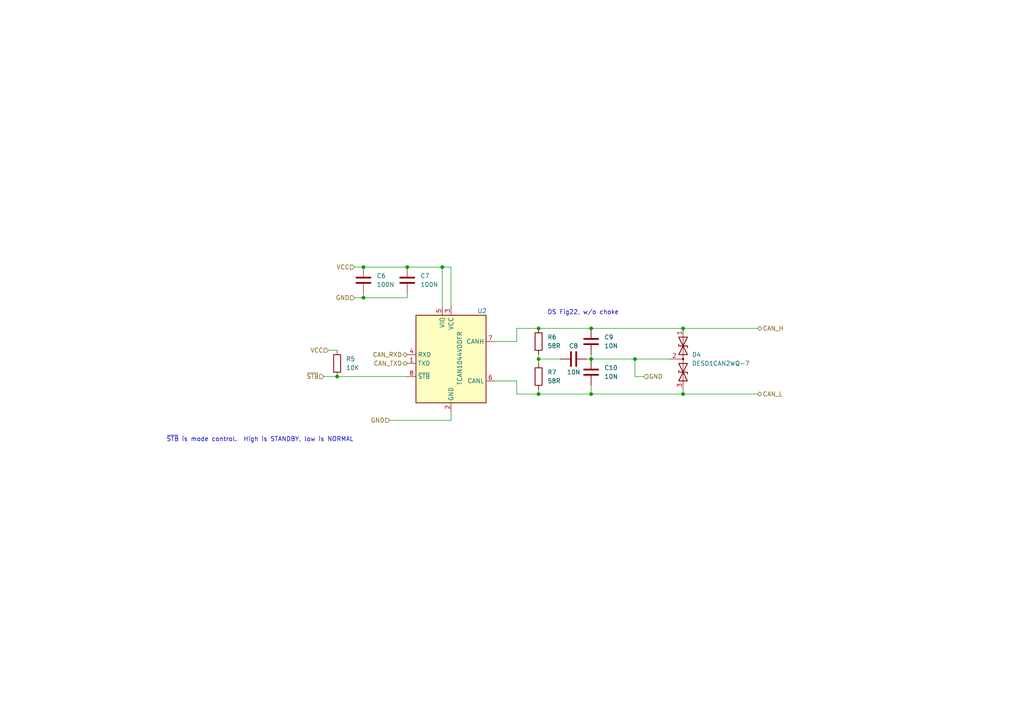
<source format=kicad_sch>
(kicad_sch (version 20230121) (generator eeschema)
  (paper "A4")
  (lib_symbols
    (symbol "Device:C" (pin_numbers hide) (pin_names (offset 0.254))
      (property "Reference" "C" (at 0.635 2.54 0))
      (property "Value" "C" (at 0.635 -2.54 0))
      (symbol "C_0_1"
        (polyline (pts (xy -2.032 -0.762) (xy 2.032 -0.762)) (stroke (width 0.508)))
        (polyline (pts (xy -2.032 0.762) (xy 2.032 0.762)) (stroke (width 0.508)))
      )
      (symbol "C_1_1"
        (pin passive line (at 0 3.81 270) (length 2.794) (name "~") (number "1"))
        (pin passive line (at 0 -3.81 90) (length 2.794) (name "~") (number "2"))
      )
    )
    (symbol "Device:D_TVS_Dual_ACA" (pin_names (offset 1.016) hide)
      (property "Reference" "D" (at 0 4.445 0))
      (property "Value" "D_TVS_Dual_ACA" (at 0 2.54 0))
      (symbol "D_TVS_Dual_ACA_0_0"
        (polyline (pts (xy -6.35 -1.27) (xy -1.27 1.27) (xy -1.27 -1.27) (xy -6.35 1.27) (xy -6.35 -1.27)) (stroke (width 0.254)))
        (polyline (pts (xy 1.27 1.27) (xy 1.27 -1.27) (xy 6.35 1.27) (xy 6.35 -1.27) (xy 1.27 1.27)) (stroke (width 0.254)))
      )
      (symbol "D_TVS_Dual_ACA_0_1"
        (polyline (pts (xy -6.35 0) (xy 6.35 0)))
        (polyline (pts (xy 0 0) (xy 0 -1.27)))
        (polyline (pts (xy -3.302 1.27) (xy -3.81 1.27) (xy -3.81 -1.27) (xy -4.318 -1.27)) (stroke (width 0.254)))
        (polyline (pts (xy 4.318 1.27) (xy 3.81 1.27) (xy 3.81 -1.27) (xy 3.302 -1.27)) (stroke (width 0.254)))
        (circle (center 0 0) (radius 0.254) (fill (type outline)))
      )
      (symbol "D_TVS_Dual_ACA_1_1"
        (pin passive line (at -8.89 0 0) (length 2.54) (name "A1") (number "1"))
        (pin input line (at 0 -3.81 90) (length 2.54) (name "common") (number "2"))
        (pin passive line (at 8.89 0 180) (length 2.54) (name "A2") (number "3"))
      )
    )
    (symbol "Device:R" (pin_numbers hide) (pin_names (offset 0))
      (property "Reference" "R" (at 2.032 0 90))
      (property "Value" "R" (at 0 0 90))
      (symbol "R_0_1"
        (rectangle (start -1.016 -2.54) (end 1.016 2.54) (stroke (width 0.254)))
      )
      (symbol "R_1_1"
        (pin passive line (at 0 3.81 270) (length 1.27) (name "~") (number "1"))
        (pin passive line (at 0 -3.81 90) (length 1.27) (name "~") (number "2"))
      )
    )
    (symbol "william_can:TCAN1043xDxQ1"
      (property "Reference" "U2" (at 7.62 13.97 0))
      (property "Value" "TCAN1044VDDFR" (at 2.54 -7.62 90))
      (symbol "TCAN1043xDxQ1_0_1"
        (rectangle (start -10.16 12.7) (end 10.16 -12.7) (stroke (width 0.254)) (fill (type background)))
      )
      (symbol "TCAN1043xDxQ1_1_1"
        (pin input line (at -12.7 -1.27 0) (length 2.54) (name "TXD") (number "1"))
        (pin power_in line (at 0 -15.24 90) (length 2.54) (name "GND") (number "2"))
        (pin power_in line (at 0 15.24 270) (length 2.54) (name "VCC") (number "3"))
        (pin output line (at -12.7 1.27 0) (length 2.54) (name "RXD") (number "4"))
        (pin power_in line (at -2.54 15.24 270) (length 2.54) (name "VIO") (number "5"))
        (pin bidirectional line (at 12.7 -6.35 180) (length 2.54) (name "CANL") (number "6"))
        (pin bidirectional line (at 12.7 5.08 180) (length 2.54) (name "CANH") (number "7"))
        (pin input line (at -12.7 -5.08 0) (length 2.54) (name "~{STB}") (number "8"))
      )
    )
  )
  (junction (at 198.12 95.25))
  (junction (at 105.41 86.36))
  (junction (at 171.45 114.3))
  (junction (at 171.45 95.25))
  (junction (at 105.41 77.47))
  (junction (at 184.15 104.14))
  (junction (at 118.11 77.47))
  (junction (at 156.21 114.3))
  (junction (at 156.21 95.25))
  (junction (at 128.27 77.47))
  (junction (at 97.79 109.22))
  (junction (at 171.45 104.14))
  (junction (at 156.21 104.14))
  (junction (at 198.12 114.3))
  (wire (pts (xy 113.03 121.92) (xy 130.81 121.92)))
  (wire (pts (xy 156.21 102.87) (xy 156.21 104.14)))
  (wire (pts (xy 198.12 95.25) (xy 219.71 95.25)))
  (wire (pts (xy 171.45 104.14) (xy 170.18 104.14)))
  (wire (pts (xy 186.69 109.22) (xy 184.15 109.22)))
  (wire (pts (xy 149.86 114.3) (xy 156.21 114.3)))
  (wire (pts (xy 95.25 101.6) (xy 97.79 101.6)))
  (wire (pts (xy 171.45 104.14) (xy 184.15 104.14)))
  (wire (pts (xy 118.11 77.47) (xy 128.27 77.47)))
  (wire (pts (xy 156.21 104.14) (xy 156.21 105.41)))
  (wire (pts (xy 105.41 86.36) (xy 105.41 85.09)))
  (wire (pts (xy 149.86 95.25) (xy 156.21 95.25)))
  (wire (pts (xy 93.98 109.22) (xy 97.79 109.22)))
  (wire (pts (xy 156.21 95.25) (xy 171.45 95.25)))
  (wire (pts (xy 184.15 109.22) (xy 184.15 104.14)))
  (wire (pts (xy 149.86 99.06) (xy 149.86 95.25)))
  (wire (pts (xy 130.81 77.47) (xy 130.81 88.9)))
  (wire (pts (xy 143.51 99.06) (xy 149.86 99.06)))
  (wire (pts (xy 171.45 95.25) (xy 198.12 95.25)))
  (wire (pts (xy 118.11 86.36) (xy 118.11 85.09)))
  (wire (pts (xy 171.45 114.3) (xy 198.12 114.3)))
  (wire (pts (xy 156.21 114.3) (xy 171.45 114.3)))
  (wire (pts (xy 105.41 86.36) (xy 118.11 86.36)))
  (wire (pts (xy 105.41 77.47) (xy 118.11 77.47)))
  (wire (pts (xy 128.27 77.47) (xy 128.27 88.9)))
  (wire (pts (xy 184.15 104.14) (xy 194.31 104.14)))
  (wire (pts (xy 156.21 114.3) (xy 156.21 113.03)))
  (wire (pts (xy 171.45 102.87) (xy 171.45 104.14)))
  (wire (pts (xy 130.81 121.92) (xy 130.81 119.38)))
  (wire (pts (xy 198.12 114.3) (xy 198.12 113.03)))
  (wire (pts (xy 149.86 110.49) (xy 149.86 114.3)))
  (wire (pts (xy 198.12 114.3) (xy 219.71 114.3)))
  (wire (pts (xy 171.45 111.76) (xy 171.45 114.3)))
  (wire (pts (xy 102.87 77.47) (xy 105.41 77.47)))
  (wire (pts (xy 97.79 109.22) (xy 118.11 109.22)))
  (wire (pts (xy 149.86 110.49) (xy 143.51 110.49)))
  (wire (pts (xy 128.27 77.47) (xy 130.81 77.47)))
  (wire (pts (xy 102.87 86.36) (xy 105.41 86.36)))
  (wire (pts (xy 156.21 104.14) (xy 162.56 104.14)))
  (text "~{STB} is mode control.  High is STANDBY, low is NORMAL" (at 48.26 128.27 0) (effects (font (size 1.27 1.27)) (justify left bottom)))
  (text "DS Fig22, w/o choke" (at 158.75 91.44 0) (effects (font (size 1.27 1.27)) (justify left bottom)))
  (hierarchical_label "CAN_TXD" (shape bidirectional) (at 118.11 105.41 180))
  (hierarchical_label "CAN_H" (shape bidirectional) (at 219.71 95.25 0))
  (hierarchical_label "GND" (shape input) (at 186.69 109.22 0))
  (hierarchical_label "VCC" (shape input) (at 102.87 77.47 180))
  (hierarchical_label "CAN_L" (shape bidirectional) (at 219.71 114.3 0))
  (hierarchical_label "GND" (shape input) (at 113.03 121.92 180))
  (hierarchical_label "CAN_RXD" (shape bidirectional) (at 118.11 102.87 180))
  (hierarchical_label "GND" (shape input) (at 102.87 86.36 180))
  (hierarchical_label "~{STB}" (shape input) (at 93.98 109.22 180))
  (hierarchical_label "VCC" (shape input) (at 95.25 101.6 180))
  (symbol (lib_id "Device:R") (at 97.79 105.41 0) (unit 1)
    (property "Reference" "R5" (at 100.33 104.14 0) (effects (justify left)))
    (property "Value" "10K" (at 100.33 106.68 0) (effects (justify left)))
    (property "Footprint" "Resistor_SMD:R_0603_1608Metric" (effects hide))
  )
  (symbol (lib_id "Device:C") (at 105.41 81.28 0) (unit 1)
    (property "Reference" "C6" (at 109.22 80.01 0) (effects (justify left)))
    (property "Value" "100N" (at 109.22 82.55 0) (effects (justify left)))
    (property "Footprint" "Capacitor_SMD:C_0603_1608Metric" (effects hide))
  )
  (symbol (lib_id "Device:C") (at 171.45 99.06 0) (unit 1)
    (property "Reference" "C9" (at 175.26 97.79 0) (effects (justify left)))
    (property "Value" "10N" (at 175.26 100.33 0) (effects (justify left)))
    (property "Footprint" "Capacitor_SMD:C_0603_1608Metric" (effects hide))
  )
  (symbol (lib_id "Device:D_TVS_Dual_ACA") (at 198.12 104.14 270) (unit 1)
    (property "Reference" "D4" (at 200.66 102.87 90) (effects (justify left)))
    (property "Value" "DESD1CAN2WQ-7" (at 200.66 105.41 90) (effects (justify left)))
    (property "Footprint" "Package_TO_SOT_SMD:SOT-323_SC-70" (effects hide))
  )
  (symbol (lib_id "Device:C") (at 166.37 104.14 90) (unit 1)
    (property "Reference" "C8" (at 166.37 100.33 90))
    (property "Value" "10N" (at 166.37 107.95 90))
    (property "Footprint" "Capacitor_SMD:C_0603_1608Metric" (effects hide))
  )
  (symbol (lib_id "Device:C") (at 171.45 107.95 0) (unit 1)
    (property "Reference" "C10" (at 175.26 106.68 0) (effects (justify left)))
    (property "Value" "10N" (at 175.26 109.22 0) (effects (justify left)))
    (property "Footprint" "Capacitor_SMD:C_0603_1608Metric" (effects hide))
  )
  (symbol (lib_id "william_can:TCAN1043xDxQ1") (at 130.81 104.14 0) (unit 1)
    (property "Reference" "U2" (at 138.43 90.17 0) (effects (justify left)))
    (property "Value" "TCAN1044VDDFR" (at 133.35 111.76 90) (effects (justify left)))
    (property "Footprint" "Package_TO_SOT_SMD:SuperSOT-8" (effects hide))
    (property "Datasheet" "https://www.ti.com/lit/ds/symlink/tcan1044v.pdf" (effects hide))
  )
  (symbol (lib_id "Device:R") (at 156.21 99.06 0) (unit 1)
    (property "Reference" "R6" (at 158.75 97.79 0) (effects (justify left)))
    (property "Value" "58R" (at 158.75 100.33 0) (effects (justify left)))
    (property "Footprint" "Resistor_SMD:R_0603_1608Metric" (effects hide))
  )
  (symbol (lib_id "Device:C") (at 118.11 81.28 0) (unit 1)
    (property "Reference" "C7" (at 121.92 80.01 0) (effects (justify left)))
    (property "Value" "100N" (at 121.92 82.55 0) (effects (justify left)))
    (property "Footprint" "Capacitor_SMD:C_0603_1608Metric" (effects hide))
  )
  (symbol (lib_id "Device:R") (at 156.21 109.22 0) (unit 1)
    (property "Reference" "R7" (at 158.75 107.95 0) (effects (justify left)))
    (property "Value" "58R" (at 158.75 110.49 0) (effects (justify left)))
    (property "Footprint" "Resistor_SMD:R_0603_1608Metric" (effects hide))
  )
)
</source>
